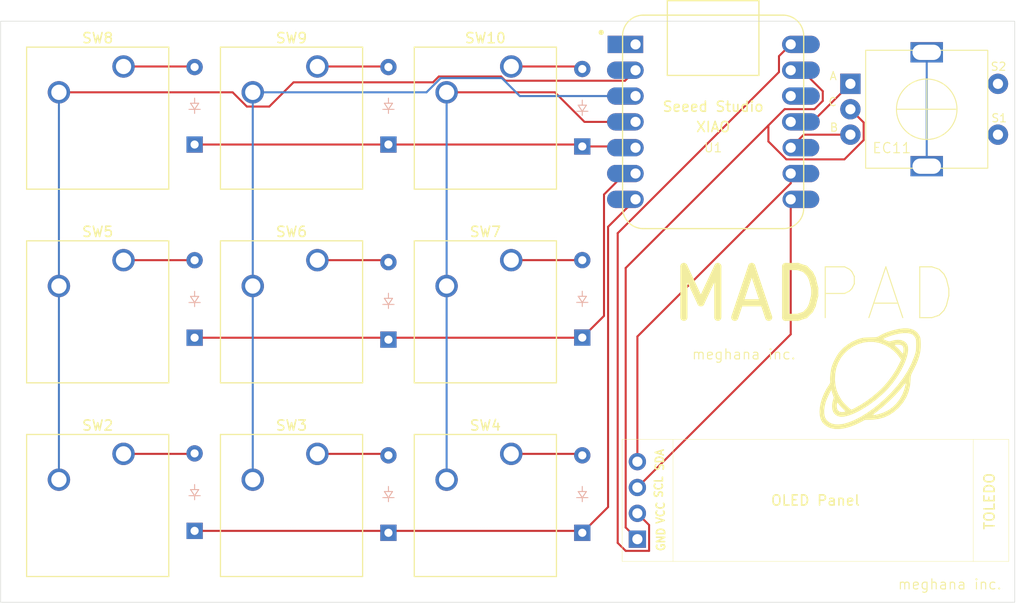
<source format=kicad_pcb>
(kicad_pcb (version 20240108) (generator "pcbnew") (generator_version "8.0")
  (layers (0 "F.Cu" signal) (31 "B.Cu" signal) (34 "B.Paste" user) (35 "F.Paste" user) (36 "B.SilkS" user "B.Silkscreen") (37 "F.SilkS" user "F.Silkscreen") (38 "B.Mask" user) (39 "F.Mask" user) (44 "Edge.Cuts" user))
  (net 0 "")
  (net 1 "Net-(D1-A)")
  (net 2 "row 2")
  (net 3 "Net-(D2-A)")
  (net 4 "Net-(D3-A)")
  (net 5 "Net-(D4-A)")
  (net 6 "row 1")
  (net 7 "Net-(D5-A)")
  (net 8 "Net-(D6-A)")
  (net 9 "row 0")
  (net 10 "Net-(D7-A)")
  (net 11 "Net-(D8-A)")
  (net 12 "Net-(D9-A)")
  (net 13 "unconnected-(SW1-PadMP)")
  (net 14 "GND")
  (net 15 "col 0")
  (net 16 "col 1")
  (net 17 "col 2")
  (net 18 "Net-(J1-SDA)")
  (net 19 "Net-(J1-SCL)")
  (net 21 "Net-(U1-PA5_A9_D9_MISO)")
  (net 22 "Net-(U1-PA6_A10_D10_MOSI)")
  (net 26 "5v")
  (footprint "LOGO" (layer "F.Cu") (at 222.8325 74.43625)
    (property "Reference" "G***" (hide yes))
    (property "Value" "LOGO" (hide yes))
    (fp_poly (pts (xy 3.7494 -4.879208) (xy 4.102275 -4.813849) (xy 4.400039 -4.685101) (xy 4.646299 -4.491743) (xy 4.844662 -4.232557) (xy 4.897871 -4.136953) (xy 4.943824 -4.035416) (xy 4.975549 -3.926798) (xy 4.996499 -3.789772) (xy 5.010128 -3.603011) (xy 5.018437 -3.392292) (xy 5.013685 -2.980688) (xy 4.969629 -2.582697) (xy 4.881977 -2.182466) (xy 4.746434 -1.764141) (xy 4.558704 -1.311871) (xy 4.323802 -0.827917) (xy 4.209159 -0.602948) (xy 4.128768 -0.436531) (xy 4.076232 -0.308087) (xy 4.045149 -0.197032) (xy 4.029121 -0.082785) (xy 4.021747 0.055237) (xy 4.018962 0.152511) (xy 3.961465 0.76621) (xy 3.822681 1.343841) (xy 3.602758 1.885056) (xy 3.301846 2.389508) (xy 2.920091 2.856849) (xy 2.823236 2.956686) (xy 2.378584 3.348178) (xy 1.90859 3.656314) (xy 1.407108 3.883676) (xy 0.867991 4.032847) (xy 0.285094 4.10641) (xy 0.066725 4.114823) (xy -0.467075 4.124123) (xy -0.889667 4.348499) (xy -1.455922 4.620826) (xy -1.99869 4.82521) (xy -2.512638 4.960591) (xy -2.992436 5.025911) (xy -3.432751 5.02011) (xy -3.828252 4.942131) (xy -3.847811 4.93598) (xy -4.124991 4.813762) (xy -4.387649 4.63785) (xy -4.605166 4.430363) (xy -4.677411 4.336629) (xy -4.821608 4.051209) (xy -4.906489 3.71128) (xy -4.933794 3.327047) (xy -4.922617 3.163173) (xy -4.476737 3.163173) (xy -4.470866 3.513589) (xy -4.412096 3.814805) (xy -4.379962 3.903144) (xy -4.23035 4.151659) (xy -4.016064 4.344866) (xy -3.743695 4.480711) (xy -3.419837 4.557141) (xy -3.051082 4.572102) (xy -2.644021 4.523542) (xy -2.492797 4.490938) (xy -1.989859 4.33748) (xy -1.451357 4.11147) (xy -0.885861 3.817602) (xy -0.592148 3.638016) (xy 0.344069 3.638016) (xy 0.402284 3.650717) (xy 0.539023 3.633211) (xy 0.757563 3.588466) (xy 0.814161 3.575886) (xy 1.326479 3.416729) (xy 1.802639 3.18067) (xy 2.236106 2.874697) (xy 2.620347 2.505795) (xy 2.948829 2.080953) (xy 3.215019 1.607157) (xy 3.412382 1.091395) (xy 3.508946 0.693992) (xy 3.528914 0.574005) (xy 3.536454 0.500355) (xy 3.534377 0.489317) (xy 3.503656 0.522176) (xy 3.430112 0.611294) (xy 3.325255 0.742487) (xy 3.218503 0.878547) (xy 2.890115 1.273625) (xy 2.502154 1.695684) (xy 2.072353 2.127674) (xy 1.618446 2.552541) (xy 1.158165 2.953233) (xy 0.709244 3.3127) (xy 0.607794 3.388991) (xy 0.450101 3.51012) (xy 0.361101 3.592139) (xy 0.344069 3.638016) (xy -0.592148 3.638016) (xy -0.301942 3.460574) (xy 0.29183 3.04508) (xy 0.650706 2.768519) (xy 1.401405 2.128924) (xy 2.08517 1.462509) (xy 2.698411 0.774024) (xy 3.237541 0.068217) (xy 3.698972 -0.650165) (xy 4.079116 -1.376373) (xy 4.374384 -2.10566) (xy 4.406835 -2.201926) (xy 4.468884 -2.397865) (xy 4.510661 -2.55743) (xy 4.536267 -2.70867) (xy 4.549803 -2.879633) (xy 4.555368 -3.098368) (xy 4.556392 -3.225044) (xy 4.556492 -3.466483) (xy 4.551907 -3.638556) (xy 4.53993 -3.76084) (xy 4.517856 -3.852911) (xy 4.482978 -3.934349) (xy 4.450031 -3.99458) (xy 4.354532 -4.129008) (xy 4.243652 -4.241276) (xy 4.203456 -4.27054) (xy 3.982151 -4.362178) (xy 3.696421 -4.40902) (xy 3.357959 -4.412324) (xy 2.978456 -4.373353) (xy 2.569605 -4.293367) (xy 2.143097 -4.173626) (xy 1.710626 -4.015391) (xy 1.666347 -3.997014) (xy 1.512665 -3.929356) (xy 1.396932 -3.872407) (xy 1.338589 -3.835939) (xy 1.33518 -3.830522) (xy 1.373533 -3.801668) (xy 1.473871 -3.7512) (xy 1.615199 -3.689596) (xy 1.628115 -3.68431) (xy 1.785673 -3.622902) (xy 1.891771 -3.593755) (xy 1.976402 -3.593341) (xy 2.069557 -3.618133) (xy 2.10031 -3.628778) (xy 2.463484 -3.726728) (xy 2.799394 -3.757806) (xy 3.099775 -3.723771) (xy 3.356362 -3.626385) (xy 3.560892 -3.467406) (xy 3.684435 -3.29141) (xy 3.760083 -3.055575) (xy 3.776164 -2.765433) (xy 3.736563 -2.429041) (xy 3.645161 -2.054454) (xy 3.505843 -1.649731) (xy 3.322491 -1.222926) (xy 3.098989 -0.782097) (xy 2.839219 -0.3353) (xy 2.547065 0.109408) (xy 2.226411 0.543971) (xy 1.881139 0.960332) (xy 1.515133 1.350434) (xy 1.386804 1.475517) (xy 0.66289 2.112735) (xy -0.085045 2.670196) (xy -0.852355 3.144599) (xy -1.267776 3.362448) (xy -1.747731 3.578603) (xy -2.172272 3.726632) (xy -2.543254 3.806489) (xy -2.862533 3.818131) (xy -3.131963 3.761512) (xy -3.353402 3.636587) (xy -3.528704 3.443314) (xy -3.606889 3.306292) (xy -3.678743 3.076225) (xy -3.703881 2.796668) (xy -3.693501 2.65242) (xy -3.245243 2.65242) (xy -3.240484 2.858269) (xy -3.198213 3.052049) (xy -3.145525 3.162714) (xy -3.01022 3.287321) (xy -2.820995 3.351041) (xy -2.591272 3.351126) (xy -2.414934 3.312271) (xy -2.420421 3.276976) (xy -2.480314 3.196191) (xy -2.583185 3.084273) (xy -2.644994 3.02321) (xy -2.793074 2.873963) (xy -2.931611 2.722221) (xy -3.0355 2.595771) (xy -3.052663 2.572023) (xy -3.128175 2.469849) (xy -3.172452 2.434533) (xy -3.200398 2.456869) (xy -3.208706 2.475647) (xy -3.245243 2.65242) (xy -3.693501 2.65242) (xy -3.682099 2.493975) (xy -3.615547 2.201927) (xy -3.531445 1.935026) (xy -3.632844 1.645885) (xy -3.684586 1.487916) (xy -3.72153 1.355287) (xy -3.735423 1.278897) (xy -3.753719 1.2128) (xy -3.773139 1.201051) (xy -3.806731 1.239217) (xy -3.866736 1.342356) (xy -3.945078 1.493432) (xy -4.033684 1.675408) (xy -4.124478 1.871247) (xy -4.209387 2.063913) (xy -4.280334 2.236368) (xy -4.329247 2.371576) (xy -4.331839 2.37986) (xy -4.430223 2.779836) (xy -4.476737 3.163173) (xy -4.922617 3.163173) (xy -4.905261 2.908712) (xy -4.82263 2.466478) (xy -4.68764 2.010548) (xy -4.502028 1.551126) (xy -4.267535 1.098414) (xy -4.072418 0.786794) (xy -3.970932 0.63207) (xy -3.912369 0.523407) (xy -3.887709 0.434637) (xy -3.887934 0.33959) (xy -3.895586 0.273734) (xy -3.900384 0.164521) (xy -3.416131 0.164521) (xy -3.413406 0.241735) (xy -3.364437 0.73784) (xy -3.257778 1.189783) (xy -3.085637 1.620535) (xy -2.84022 2.053062) (xy -2.755892 2.179685) (xy -2.651935 2.315406) (xy -2.51464 2.472668) (xy -2.358072 2.637848) (xy -2.196296 2.79732) (xy -2.043376 2.937461) (xy -1.913379 3.044646) (xy -1.820369 3.105251) (xy -1.791522 3.113835) (xy -1.745973 3.094685) (xy -1.639181 3.043009) (xy -1.488765 2.967471) (xy -1.367329 2.905231) (xy -0.848841 2.610735) (xy -0.310117 2.25601) (xy 0.22567 1.858485) (xy 0.735345 1.435589) (xy 1.195733 1.004748) (xy 1.29656 0.901849) (xy 1.759735 0.376587) (xy 2.194268 -0.201277) (xy 2.58132 -0.804725) (xy 2.893291 -1.388358) (xy 3.078767 -1.775841) (xy 2.976542 -1.941246) (xy 2.686237 -2.332291) (xy 2.326322 -2.68825) (xy 1.913075 -2.997234) (xy 1.496714 -3.228504) (xy 2.480255 -3.228504) (xy 2.491927 -3.186005) (xy 2.557817 -3.116419) (xy 2.653102 -3.033441) (xy 2.807522 -2.88955) (xy 2.966656 -2.72092) (xy 3.046233 -2.626413) (xy 3.141786 -2.510839) (xy 3.217006 -2.429855) (xy 3.253355 -2.402101) (xy 3.276005 -2.441912) (xy 3.300884 -2.543669) (xy 3.313764 -2.622727) (xy 3.325115 -2.881639) (xy 3.278414 -3.075012) (xy 3.198614 -3.184351) (xy 3.098774 -3.234256) (xy 2.945278 -3.270256) (xy 2.772858 -3.28857) (xy 2.616247 -3.285416) (xy 2.513493 -3.258951) (xy 2.480255 -3.228504) (xy 1.496714 -3.228504) (xy 1.462774 -3.247356) (xy 0.991696 -3.426727) (xy 0.911909 -3.449015) (xy 0.3955 -3.540899) (xy -0.124545 -3.548621) (xy -0.638668 -3.476002) (xy -1.13731 -3.326862) (xy -1.610914 -3.105023) (xy -2.049922 -2.814305) (xy -2.444774 -2.45853) (xy -2.785914 -2.041517) (xy -2.850943 -1.944815) (xy -3.112488 -1.465674) (xy -3.292993 -0.957802) (xy -3.393771 -0.416102) (xy -3.416131 0.164521) (xy -3.900384 0.164521) (xy -3.902978 0.105465) (xy -3.892693 -0.123698) (xy -3.867481 -0.38806) (xy -3.830091 -0.661926) (xy -3.783274 -0.919599) (xy -3.754438 -1.045359) (xy -3.673837 -1.294167) (xy -3.551277 -1.585156) (xy -3.400496 -1.891126) (xy -3.23523 -2.184879) (xy -3.069213 -2.439218) (xy -3.011526 -2.516383) (xy -2.635758 -2.927021) (xy -2.19542 -3.286506) (xy -1.704772 -3.584932) (xy -1.17807 -3.812393) (xy -1.115443 -3.833682) (xy -0.943822 -3.888311) (xy -0.798246 -3.927284) (xy -0.656275 -3.953702) (xy -0.495469 -3.97067) (xy -0.29339 -3.981292) (xy -0.027596 -3.988671) (xy 0.01134 -3.989522) (xy 0.276016 -3.995709) (xy 0.468889 -4.002985) (xy 0.607106 -4.014181) (xy 0.707814 -4.032132) (xy 0.78816 -4.059671) (xy 0.865291 -4.099629) (xy 0.935946 -4.142284) (xy 1.309749 -4.341577) (xy 1.747097 -4.522897) (xy 2.223041 -4.677412) (xy 2.71263 -4.796294) (xy 2.863883 -4.824637) (xy 3.337805 -4.882397)) (fill solid) (layer "F.SilkS"))
  )
  (footprint "Button_Switch_Keyboard:SW_Cherry_MX_1.00u_PCB" (layer "F.Cu") (at 168.5475 43.80125)
    (property "Reference" "SW9" (at -2.54 -2.794 0) (layer "F.SilkS"))
    (property "Value" "SW_Push")
    (fp_line (start -9.525 -1.905) (end 4.445 -1.905) (stroke (width 0.12)) (layer "F.SilkS"))
    (fp_line (start -9.525 12.065) (end -9.525 -1.905) (stroke (width 0.12)) (layer "F.SilkS"))
    (fp_line (start 4.445 -1.905) (end 4.445 12.065) (stroke (width 0.12)) (layer "F.SilkS"))
    (fp_line (start 4.445 12.065) (end -9.525 12.065) (stroke (width 0.12)) (layer "F.SilkS"))
    (pad "" np_thru_hole circle (at -7.62 5.08) (size 1.7 1.7) (drill 1.7) (layers "*.Cu" "*.Mask"))
    (pad "" np_thru_hole circle (at -2.54 5.08) (size 4 4) (drill 4) (layers "*.Cu" "*.Mask"))
    (pad "" np_thru_hole circle (at 2.54 5.08) (size 1.7 1.7) (drill 1.7) (layers "*.Cu" "*.Mask"))
    (pad "1" thru_hole circle (at 0 0) (size 2.2 2.2) (drill 1.5) (layers "*.Cu" "*.Mask") (net 11 "Net-(D8-A)"))
    (pad "2" thru_hole circle (at -6.35 2.54) (size 2.2 2.2) (drill 1.5) (layers "*.Cu" "*.Mask") (net 16 "col 1"))
  )
  (footprint "Button_Switch_Keyboard:SW_Cherry_MX_1.00u_PCB" (layer "F.Cu") (at 149.4975 62.85125)
    (property "Reference" "SW5" (at -2.54 -2.794 0) (layer "F.SilkS"))
    (property "Value" "SW_Push")
    (fp_line (start -9.525 -1.905) (end 4.445 -1.905) (stroke (width 0.12)) (layer "F.SilkS"))
    (fp_line (start -9.525 12.065) (end -9.525 -1.905) (stroke (width 0.12)) (layer "F.SilkS"))
    (fp_line (start 4.445 -1.905) (end 4.445 12.065) (stroke (width 0.12)) (layer "F.SilkS"))
    (fp_line (start 4.445 12.065) (end -9.525 12.065) (stroke (width 0.12)) (layer "F.SilkS"))
    (pad "" np_thru_hole circle (at -7.62 5.08) (size 1.7 1.7) (drill 1.7) (layers "*.Cu" "*.Mask"))
    (pad "" np_thru_hole circle (at -2.54 5.08) (size 4 4) (drill 4) (layers "*.Cu" "*.Mask"))
    (pad "" np_thru_hole circle (at 2.54 5.08) (size 1.7 1.7) (drill 1.7) (layers "*.Cu" "*.Mask"))
    (pad "1" thru_hole circle (at 0 0) (size 2.2 2.2) (drill 1.5) (layers "*.Cu" "*.Mask") (net 5 "Net-(D4-A)"))
    (pad "2" thru_hole circle (at -6.35 2.54) (size 2.2 2.2) (drill 1.5) (layers "*.Cu" "*.Mask") (net 15 "col 0"))
  )
  (footprint "Button_Switch_Keyboard:SW_Cherry_MX_1.00u_PCB" (layer "F.Cu") (at 168.5475 81.90125)
    (property "Reference" "SW3" (at -2.54 -2.794 0) (layer "F.SilkS"))
    (property "Value" "SW_Push" (hide yes))
    (fp_line (start -9.525 -1.905) (end 4.445 -1.905) (stroke (width 0.12)) (layer "F.SilkS"))
    (fp_line (start -9.525 12.065) (end -9.525 -1.905) (stroke (width 0.12)) (layer "F.SilkS"))
    (fp_line (start 4.445 -1.905) (end 4.445 12.065) (stroke (width 0.12)) (layer "F.SilkS"))
    (fp_line (start 4.445 12.065) (end -9.525 12.065) (stroke (width 0.12)) (layer "F.SilkS"))
    (pad "" np_thru_hole circle (at -7.62 5.08) (size 1.7 1.7) (drill 1.7) (layers "*.Cu" "*.Mask"))
    (pad "" np_thru_hole circle (at -2.54 5.08) (size 4 4) (drill 4) (layers "*.Cu" "*.Mask"))
    (pad "" np_thru_hole circle (at 2.54 5.08) (size 1.7 1.7) (drill 1.7) (layers "*.Cu" "*.Mask"))
    (pad "1" thru_hole circle (at 0 0) (size 2.2 2.2) (drill 1.5) (layers "*.Cu" "*.Mask") (net 3 "Net-(D2-A)"))
    (pad "2" thru_hole circle (at -6.35 2.54) (size 2.2 2.2) (drill 1.5) (layers "*.Cu" "*.Mask") (net 16 "col 1"))
  )
  (footprint "Button_Switch_Keyboard:SW_Cherry_MX_1.00u_PCB" (layer "F.Cu") (at 187.6 43.80125)
    (property "Reference" "SW10" (at -2.54 -2.794 0) (layer "F.SilkS"))
    (property "Value" "SW_Push")
    (fp_line (start -9.525 -1.905) (end 4.445 -1.905) (stroke (width 0.12)) (layer "F.SilkS"))
    (fp_line (start -9.525 12.065) (end -9.525 -1.905) (stroke (width 0.12)) (layer "F.SilkS"))
    (fp_line (start 4.445 -1.905) (end 4.445 12.065) (stroke (width 0.12)) (layer "F.SilkS"))
    (fp_line (start 4.445 12.065) (end -9.525 12.065) (stroke (width 0.12)) (layer "F.SilkS"))
    (pad "" np_thru_hole circle (at -7.62 5.08) (size 1.7 1.7) (drill 1.7) (layers "*.Cu" "*.Mask"))
    (pad "" np_thru_hole circle (at -2.54 5.08) (size 4 4) (drill 4) (layers "*.Cu" "*.Mask"))
    (pad "" np_thru_hole circle (at 2.54 5.08) (size 1.7 1.7) (drill 1.7) (layers "*.Cu" "*.Mask"))
    (pad "1" thru_hole circle (at 0 0) (size 2.2 2.2) (drill 1.5) (layers "*.Cu" "*.Mask") (net 12 "Net-(D9-A)"))
    (pad "2" thru_hole circle (at -6.35 2.54) (size 2.2 2.2) (drill 1.5) (layers "*.Cu" "*.Mask") (net 17 "col 2"))
  )
  (footprint "Button_Switch_Keyboard:SW_Cherry_MX_1.00u_PCB" (layer "F.Cu") (at 149.4975 81.90125)
    (property "Reference" "SW2" (at -2.54 -2.794 0) (layer "F.SilkS"))
    (property "Value" "SW_Push" (hide yes))
    (fp_line (start -9.525 -1.905) (end 4.445 -1.905) (stroke (width 0.12)) (layer "F.SilkS"))
    (fp_line (start -9.525 12.065) (end -9.525 -1.905) (stroke (width 0.12)) (layer "F.SilkS"))
    (fp_line (start 4.445 -1.905) (end 4.445 12.065) (stroke (width 0.12)) (layer "F.SilkS"))
    (fp_line (start 4.445 12.065) (end -9.525 12.065) (stroke (width 0.12)) (layer "F.SilkS"))
    (pad "" np_thru_hole circle (at -7.62 5.08) (size 1.7 1.7) (drill 1.7) (layers "*.Cu" "*.Mask"))
    (pad "" np_thru_hole circle (at -2.54 5.08) (size 4 4) (drill 4) (layers "*.Cu" "*.Mask"))
    (pad "" np_thru_hole circle (at 2.54 5.08) (size 1.7 1.7) (drill 1.7) (layers "*.Cu" "*.Mask"))
    (pad "1" thru_hole circle (at 0 0) (size 2.2 2.2) (drill 1.5) (layers "*.Cu" "*.Mask") (net 1 "Net-(D1-A)"))
    (pad "2" thru_hole circle (at -6.35 2.54) (size 2.2 2.2) (drill 1.5) (layers "*.Cu" "*.Mask") (net 15 "col 0"))
  )
  (footprint "footprints:SSD1306-0.91-OLED-4pin-128x32" (layer "F.Cu") (at 236.4975 92.48125 180)
    (property "Reference" "TOLEDO" (at 1.9 5.91 90) (layer "F.SilkS"))
    (property "Value" "OLED_128x32")
    (fp_line (start 38 12) (end 38 0) (stroke (width 0.04)) (layer "F.SilkS"))
    (fp_line (start 38 0) (end 0 0) (stroke (width 0.04)) (layer "F.SilkS"))
    (fp_line (start 33 0) (end 33 12) (stroke (width 0.04)) (layer "F.SilkS"))
    (fp_line (start 3.5 0) (end 3.5 12) (stroke (width 0.04)) (layer "F.SilkS"))
    (fp_line (start 0 12) (end 38 12) (stroke (width 0.04)) (layer "F.SilkS"))
    (fp_line (start 0 0) (end 0 12) (stroke (width 0.04)) (layer "F.SilkS"))
    (fp_text user "GND" (at 34.185 2.165 90) (layer "F.SilkS") (effects (font (size 0.8 0.75))))
    (fp_text user "VCC" (at 34.225 4.785 90) (layer "F.SilkS") (effects (font (size 0.8 0.75))))
    (fp_text user "SDA" (at 34.305 9.985 90) (layer "F.SilkS") (effects (font (size 0.8 0.75))))
    (fp_text user "SCL" (at 34.405 7.315 90) (layer "F.SilkS") (effects (font (size 0.8 0.75))))
    (fp_text user "OLED Panel" (at 19 6 0) (layer "F.SilkS"))
    (pad "1" thru_hole rect (at 36.5 2.19 180) (size 1.7 1.7) (drill 1) (layers "*.Cu" "*.Mask") (net 14 "GND"))
    (pad "2" thru_hole oval (at 36.5 4.73 180) (size 1.7 1.7) (drill 1) (layers "*.Cu" "*.Mask") (net 26 "5v"))
    (pad "3" thru_hole oval (at 36.5 7.27 180) (size 1.7 1.7) (drill 1) (layers "*.Cu" "*.Mask") (net 19 "Net-(J1-SCL)"))
    (pad "4" thru_hole oval (at 36.5 9.81 180) (size 1.7 1.7) (drill 1) (layers "*.Cu" "*.Mask") (net 18 "Net-(J1-SDA)"))
  )
  (footprint "Button_Switch_Keyboard:SW_Cherry_MX_1.00u_PCB" (layer "F.Cu") (at 187.5975 62.85125)
    (property "Reference" "SW7" (at -2.54 -2.794 0) (layer "F.SilkS"))
    (property "Value" "SW_Push")
    (fp_line (start -9.525 -1.905) (end 4.445 -1.905) (stroke (width 0.12)) (layer "F.SilkS"))
    (fp_line (start -9.525 12.065) (end -9.525 -1.905) (stroke (width 0.12)) (layer "F.SilkS"))
    (fp_line (start 4.445 -1.905) (end 4.445 12.065) (stroke (width 0.12)) (layer "F.SilkS"))
    (fp_line (start 4.445 12.065) (end -9.525 12.065) (stroke (width 0.12)) (layer "F.SilkS"))
    (pad "" np_thru_hole circle (at -7.62 5.08) (size 1.7 1.7) (drill 1.7) (layers "*.Cu" "*.Mask"))
    (pad "" np_thru_hole circle (at -2.54 5.08) (size 4 4) (drill 4) (layers "*.Cu" "*.Mask"))
    (pad "" np_thru_hole circle (at 2.54 5.08) (size 1.7 1.7) (drill 1.7) (layers "*.Cu" "*.Mask"))
    (pad "1" thru_hole circle (at 0 0) (size 2.2 2.2) (drill 1.5) (layers "*.Cu" "*.Mask") (net 8 "Net-(D6-A)"))
    (pad "2" thru_hole circle (at -6.35 2.54) (size 2.2 2.2) (drill 1.5) (layers "*.Cu" "*.Mask") (net 17 "col 2"))
  )
  (footprint "footprints:Encoder_EC11_MX" (layer "F.Cu") (at 228.4325 48.00625)
    (property "Reference" "SW1" (hide yes))
    (property "Value" "RotaryEncoder_Switch_MP" (hide yes))
    (pad "A" thru_hole rect (at -7.5 -2.5) (size 2 2) (drill 1) (layers "*.Cu" "*.Mask") (net 22 "Net-(U1-PA6_A10_D10_MOSI)"))
    (pad "B" thru_hole circle (at -7.5 2.5) (size 2 2) (drill 1) (layers "*.Cu" "*.Mask") (net 21 "Net-(U1-PA5_A9_D9_MISO)"))
    (pad "C" thru_hole circle (at -7.5 0) (size 2 2) (drill 1) (layers "*.Cu" "*.Mask") (net 14 "GND"))
    (pad "MP" thru_hole rect (at 0 -5.6) (size 3.2 2) (drill oval 2.8 1.5) (layers "*.Cu" "*.Mask") (net 13 "unconnected-(SW1-PadMP)"))
    (pad "MP" thru_hole rect (at 0 5.6) (size 3.2 2) (drill oval 2.8 1.5) (layers "*.Cu" "*.Mask") (net 13 "unconnected-(SW1-PadMP)"))
    (pad "S1" thru_hole circle (at 7 2.5) (size 2 2) (drill 1) (layers "*.Cu" "*.Mask"))
    (pad "S2" thru_hole circle (at 7 -2.5) (size 2 2) (drill 1) (layers "*.Cu" "*.Mask"))
  )
  (footprint "Button_Switch_Keyboard:SW_Cherry_MX_1.00u_PCB" (layer "F.Cu") (at 168.5475 62.85125)
    (property "Reference" "SW6" (at -2.54 -2.794 0) (layer "F.SilkS"))
    (property "Value" "SW_Push")
    (fp_line (start -9.525 -1.905) (end 4.445 -1.905) (stroke (width 0.12)) (layer "F.SilkS"))
    (fp_line (start -9.525 12.065) (end -9.525 -1.905) (stroke (width 0.12)) (layer "F.SilkS"))
    (fp_line (start 4.445 -1.905) (end 4.445 12.065) (stroke (width 0.12)) (layer "F.SilkS"))
    (fp_line (start 4.445 12.065) (end -9.525 12.065) (stroke (width 0.12)) (layer "F.SilkS"))
    (pad "" np_thru_hole circle (at -7.62 5.08) (size 1.7 1.7) (drill 1.7) (layers "*.Cu" "*.Mask"))
    (pad "" np_thru_hole circle (at -2.54 5.08) (size 4 4) (drill 4) (layers "*.Cu" "*.Mask"))
    (pad "" np_thru_hole circle (at 2.54 5.08) (size 1.7 1.7) (drill 1.7) (layers "*.Cu" "*.Mask"))
    (pad "1" thru_hole circle (at 0 0) (size 2.2 2.2) (drill 1.5) (layers "*.Cu" "*.Mask") (net 7 "Net-(D5-A)"))
    (pad "2" thru_hole circle (at -6.35 2.54) (size 2.2 2.2) (drill 1.5) (layers "*.Cu" "*.Mask") (net 16 "col 1"))
  )
  (footprint "footprints:XIAO-Generic-Hybrid-14P-2.54-21X17.8MM" (layer "F.Cu") (at 207.442 49.248265)
    (property "Reference" "U1" (at 0 2.54 0) (layer "F.SilkS") (effects (font (size 0.889 0.889) (thickness 0.1016))))
    (property "Value" "MOUDLE-SEEEDUINO-XIAO" (hide yes))
    (fp_line (start -8.9 -8.5) (end -8.9 8.5) (stroke (width 0.127)) (layer "F.SilkS"))
    (fp_line (start -6.9 10.5) (end 6.9 10.5) (stroke (width 0.127)) (layer "F.SilkS"))
    (fp_line (start -4.5 -11.92403) (end 4.5 -11.92403) (stroke (width 0.127)) (layer "F.SilkS"))
    (fp_line (start -4.5 -4.57073) (end -4.5 -11.92403) (stroke (width 0.127)) (layer "F.SilkS"))
    (fp_line (start 4.5 -11.92403) (end 4.5 -4.57073) (stroke (width 0.127)) (layer "F.SilkS"))
    (fp_line (start 4.5 -4.57073) (end -4.5 -4.57073) (stroke (width 0.127)) (layer "F.SilkS"))
    (fp_line (start 6.9 -10.49909) (end -6.9 -10.49909) (stroke (width 0.127)) (layer "F.SilkS"))
    (fp_line (start 8.9 8.5) (end 8.9 -8.5) (stroke (width 0.127)) (layer "F.SilkS"))
    (fp_arc (start -8.9 -8.5) (mid -8.301491 -9.901491) (end -6.9 -10.5) (stroke (width 0.12)) (layer "F.SilkS"))
    (fp_arc (start -6.9 10.5) (mid -8.301423 9.901423) (end -8.9 8.5) (stroke (width 0.12)) (layer "F.SilkS"))
    (fp_arc (start 6.9 -10.5) (mid 8.301494 -9.901494) (end 8.9 -8.5) (stroke (width 0.12)) (layer "F.SilkS"))
    (fp_arc (start 8.9 8.5) (mid 8.314214 9.914214) (end 6.9 10.5) (stroke (width 0.12)) (layer "F.SilkS"))
    (fp_circle (center -11 -8.8) (end -11 -9.054) (fill solid) (layer "F.SilkS"))
    (fp_poly (pts (xy -8.887715 -8.561705) (xy -8.884667 -8.610473) (xy -8.880603 -8.659494)) (stroke (width 0.0254)) (fill none) (layer "F.SilkS"))
    (fp_poly (pts (xy 8.889492 8.521574) (xy 8.887713 8.57085) (xy 8.884665 8.619618) (xy 8.880601 8.668639) (xy 8.875268 8.717407) (xy 8.868664 8.766175) (xy 8.861044 8.81469) (xy 8.852153 8.86295) (xy 8.842248 8.910955)) (stroke (width 0.0254)) (fill none) (layer "F.SilkS"))
    (fp_text user "Seeed Studio" (at 0 -1.5 0) (layer "F.SilkS"))
    (fp_text user "XIAO" (at 0 0.5 0) (layer "F.SilkS"))
    (pad "1" thru_hole rect (at -7.625 -7.62) (size 3.5 1.7) (drill 1 (offset -1 0)) (layers "*.Cu" "*.Mask"))
    (pad "2" thru_hole oval (at -7.625 -5.08) (size 3.6 1.7) (drill 1 (offset -1 0)) (layers "*.Cu" "*.Mask") (net 15 "col 0"))
    (pad "3" thru_hole oval (at -7.625 -2.54) (size 3.6 1.7) (drill 1 (offset -1 0)) (layers "*.Cu" "*.Mask") (net 16 "col 1"))
    (pad "4" thru_hole oval (at -7.625 0) (size 3.6 1.7) (drill 1 (offset -1 0)) (layers "*.Cu" "*.Mask") (net 17 "col 2"))
    (pad "5" thru_hole oval (at -7.625 2.54) (size 3.6 1.7) (drill 1 (offset -1 0)) (layers "*.Cu" "*.Mask") (net 9 "row 0"))
    (pad "6" thru_hole oval (at -7.625 5.08 180) (size 3.6 1.7) (drill 1 (offset 1 0)) (layers "*.Cu" "*.Mask") (net 6 "row 1"))
    (pad "7" thru_hole oval (at -7.625 7.62) (size 3.6 1.7) (drill 1 (offset -1 0)) (layers "*.Cu" "*.Mask") (net 2 "row 2"))
    (pad "8" thru_hole oval (at 7.625 7.62) (size 3.6 1.7) (drill 1 (offset 1 0)) (layers "*.Cu" "*.Mask") (net 19 "Net-(J1-SCL)"))
    (pad "9" thru_hole oval (at 7.625 5.08) (size 3.6 1.7) (drill 1 (offset 1 0)) (layers "*.Cu" "*.Mask") (net 18 "Net-(J1-SDA)"))
    (pad "10" thru_hole oval (at 7.625 2.54) (size 3.6 1.7) (drill 1 (offset 1 0)) (layers "*.Cu" "*.Mask") (net 21 "Net-(U1-PA5_A9_D9_MISO)"))
    (pad "11" thru_hole oval (at 7.625 0) (size 3.7 1.7) (drill 1 (offset 1 0)) (layers "*.Cu" "*.Mask") (net 22 "Net-(U1-PA6_A10_D10_MOSI)"))
    (pad "12" thru_hole oval (at 7.625 -2.54) (size 3.7 1.7) (drill 1 (offset 1 0)) (layers "*.Cu" "*.Mask"))
    (pad "13" thru_hole oval (at 7.625 -5.08) (size 3.7 1.7) (drill 1 (offset 1 0)) (layers "*.Cu" "*.Mask") (net 14 "GND"))
    (pad "14" thru_hole oval (at 7.625 -7.62) (size 3.7 1.7) (drill 1 (offset 1 0)) (layers "*.Cu" "*.Mask") (net 26 "5v"))
  )
  (footprint "Button_Switch_Keyboard:SW_Cherry_MX_1.00u_PCB" (layer "F.Cu") (at 187.5975 81.90125)
    (property "Reference" "SW4" (at -2.54 -2.794 0) (layer "F.SilkS"))
    (property "Value" "SW_Push" (hide yes))
    (fp_line (start -9.525 -1.905) (end 4.445 -1.905) (stroke (width 0.12)) (layer "F.SilkS"))
    (fp_line (start -9.525 12.065) (end -9.525 -1.905) (stroke (width 0.12)) (layer "F.SilkS"))
    (fp_line (start 4.445 -1.905) (end 4.445 12.065) (stroke (width 0.12)) (layer "F.SilkS"))
    (fp_line (start 4.445 12.065) (end -9.525 12.065) (stroke (width 0.12)) (layer "F.SilkS"))
    (pad "" np_thru_hole circle (at -7.62 5.08) (size 1.7 1.7) (drill 1.7) (layers "*.Cu" "*.Mask"))
    (pad "" np_thru_hole circle (at -2.54 5.08) (size 4 4) (drill 4) (layers "*.Cu" "*.Mask"))
    (pad "" np_thru_hole circle (at 2.54 5.08) (size 1.7 1.7) (drill 1.7) (layers "*.Cu" "*.Mask"))
    (pad "1" thru_hole circle (at 0 0) (size 2.2 2.2) (drill 1.5) (layers "*.Cu" "*.Mask") (net 4 "Net-(D3-A)"))
    (pad "2" thru_hole circle (at -6.35 2.54) (size 2.2 2.2) (drill 1.5) (layers "*.Cu" "*.Mask") (net 17 "col 2"))
  )
  (footprint "Button_Switch_Keyboard:SW_Cherry_MX_1.00u_PCB" (layer "F.Cu") (at 149.4975 43.80125)
    (property "Reference" "SW8" (at -2.54 -2.794 0) (layer "F.SilkS"))
    (property "Value" "SW_Push")
    (fp_line (start -9.525 -1.905) (end 4.445 -1.905) (stroke (width 0.12)) (layer "F.SilkS"))
    (fp_line (start -9.525 12.065) (end -9.525 -1.905) (stroke (width 0.12)) (layer "F.SilkS"))
    (fp_line (start 4.445 -1.905) (end 4.445 12.065) (stroke (width 0.12)) (layer "F.SilkS"))
    (fp_line (start 4.445 12.065) (end -9.525 12.065) (stroke (width 0.12)) (layer "F.SilkS"))
    (pad "" np_thru_hole circle (at -7.62 5.08) (size 1.7 1.7) (drill 1.7) (layers "*.Cu" "*.Mask"))
    (pad "" np_thru_hole circle (at -2.54 5.08) (size 4 4) (drill 4) (layers "*.Cu" "*.Mask"))
    (pad "" np_thru_hole circle (at 2.54 5.08) (size 1.7 1.7) (drill 1.7) (layers "*.Cu" "*.Mask"))
    (pad "1" thru_hole circle (at 0 0) (size 2.2 2.2) (drill 1.5) (layers "*.Cu" "*.Mask") (net 10 "Net-(D7-A)"))
    (pad "2" thru_hole circle (at -6.35 2.54) (size 2.2 2.2) (drill 1.5) (layers "*.Cu" "*.Mask") (net 15 "col 0"))
  )
  (footprint "footprints:Diode_DO-35" (layer "B.Cu") (at 175.5325 51.47625 90)
    (property "Reference" "D8" (hide yes))
    (property "Value" "D" (hide yes))
    (fp_line (start 3.46 -0.55) (end 3.46 0.55) (stroke (width 0.1)) (layer "B.SilkS"))
    (fp_line (start 4.06 -0.4) (end 4.06 0.4) (stroke (width 0.1)) (layer "B.SilkS"))
    (fp_line (start 4.56 0) (end 4.06 0) (stroke (width 0.1)) (layer "B.SilkS"))
    (fp_line (start 3.46 0) (end 4.06 -0.4) (stroke (width 0.1)) (layer "B.SilkS"))
    (fp_line (start 3.46 0) (end 3.06 0) (stroke (width 0.1)) (layer "B.SilkS"))
    (fp_line (start 4.06 0.4) (end 3.46 0) (stroke (width 0.1)) (layer "B.SilkS"))
    (pad "1" thru_hole rect (at 0 0 90) (size 1.6 1.6) (drill 0.8) (layers "*.Cu" "*.Mask") (net 9 "row 0"))
    (pad "2" thru_hole oval (at 7.62 0 90) (size 1.6 1.6) (drill 0.8) (layers "*.Cu" "*.Mask") (net 11 "Net-(D8-A)"))
  )
  (footprint "footprints:Diode_DO-35" (layer "B.Cu") (at 156.4825 51.47625 90)
    (property "Reference" "D7" (hide yes))
    (property "Value" "D" (hide yes))
    (fp_line (start 3.46 -0.55) (end 3.46 0.55) (stroke (width 0.1)) (layer "B.SilkS"))
    (fp_line (start 4.06 -0.4) (end 4.06 0.4) (stroke (width 0.1)) (layer "B.SilkS"))
    (fp_line (start 4.56 0) (end 4.06 0) (stroke (width 0.1)) (layer "B.SilkS"))
    (fp_line (start 3.46 0) (end 4.06 -0.4) (stroke (width 0.1)) (layer "B.SilkS"))
    (fp_line (start 3.46 0) (end 3.06 0) (stroke (width 0.1)) (layer "B.SilkS"))
    (fp_line (start 4.06 0.4) (end 3.46 0) (stroke (width 0.1)) (layer "B.SilkS"))
    (pad "1" thru_hole rect (at 0 0 90) (size 1.6 1.6) (drill 0.8) (layers "*.Cu" "*.Mask") (net 9 "row 0"))
    (pad "2" thru_hole oval (at 7.62 0 90) (size 1.6 1.6) (drill 0.8) (layers "*.Cu" "*.Mask") (net 10 "Net-(D7-A)"))
  )
  (footprint "footprints:Diode_DO-35" (layer "B.Cu") (at 156.4825 70.47625 90)
    (property "Reference" "D4" (hide yes))
    (property "Value" "D" (hide yes))
    (fp_line (start 3.46 -0.55) (end 3.46 0.55) (stroke (width 0.1)) (layer "B.SilkS"))
    (fp_line (start 4.06 -0.4) (end 4.06 0.4) (stroke (width 0.1)) (layer "B.SilkS"))
    (fp_line (start 4.56 0) (end 4.06 0) (stroke (width 0.1)) (layer "B.SilkS"))
    (fp_line (start 3.46 0) (end 4.06 -0.4) (stroke (width 0.1)) (layer "B.SilkS"))
    (fp_line (start 3.46 0) (end 3.06 0) (stroke (width 0.1)) (layer "B.SilkS"))
    (fp_line (start 4.06 0.4) (end 3.46 0) (stroke (width 0.1)) (layer "B.SilkS"))
    (pad "1" thru_hole rect (at 0 0 90) (size 1.6 1.6) (drill 0.8) (layers "*.Cu" "*.Mask") (net 6 "row 1"))
    (pad "2" thru_hole oval (at 7.62 0 90) (size 1.6 1.6) (drill 0.8) (layers "*.Cu" "*.Mask") (net 5 "Net-(D4-A)"))
  )
  (footprint "footprints:Diode_DO-35" (layer "B.Cu") (at 194.5825 70.46625 90)
    (property "Reference" "D6" (hide yes))
    (property "Value" "D" (hide yes))
    (fp_line (start 3.46 -0.55) (end 3.46 0.55) (stroke (width 0.1)) (layer "B.SilkS"))
    (fp_line (start 4.06 -0.4) (end 4.06 0.4) (stroke (width 0.1)) (layer "B.SilkS"))
    (fp_line (start 4.56 0) (end 4.06 0) (stroke (width 0.1)) (layer "B.SilkS"))
    (fp_line (start 3.46 0) (end 4.06 -0.4) (stroke (width 0.1)) (layer "B.SilkS"))
    (fp_line (start 3.46 0) (end 3.06 0) (stroke (width 0.1)) (layer "B.SilkS"))
    (fp_line (start 4.06 0.4) (end 3.46 0) (stroke (width 0.1)) (layer "B.SilkS"))
    (pad "1" thru_hole rect (at 0 0 90) (size 1.6 1.6) (drill 0.8) (layers "*.Cu" "*.Mask") (net 6 "row 1"))
    (pad "2" thru_hole oval (at 7.62 0 90) (size 1.6 1.6) (drill 0.8) (layers "*.Cu" "*.Mask") (net 8 "Net-(D6-A)"))
  )
  (footprint "footprints:Diode_DO-35" (layer "B.Cu") (at 194.5825 89.66625 90)
    (property "Reference" "D3" (hide yes))
    (property "Value" "D" (hide yes))
    (fp_line (start 3.46 -0.55) (end 3.46 0.55) (stroke (width 0.1)) (layer "B.SilkS"))
    (fp_line (start 4.06 -0.4) (end 4.06 0.4) (stroke (width 0.1)) (layer "B.SilkS"))
    (fp_line (start 4.56 0) (end 4.06 0) (stroke (width 0.1)) (layer "B.SilkS"))
    (fp_line (start 3.46 0) (end 4.06 -0.4) (stroke (width 0.1)) (layer "B.SilkS"))
    (fp_line (start 3.46 0) (end 3.06 0) (stroke (width 0.1)) (layer "B.SilkS"))
    (fp_line (start 4.06 0.4) (end 3.46 0) (stroke (width 0.1)) (layer "B.SilkS"))
    (pad "1" thru_hole rect (at 0 0 90) (size 1.6 1.6) (drill 0.8) (layers "*.Cu" "*.Mask") (net 2 "row 2"))
    (pad "2" thru_hole oval (at 7.62 0 90) (size 1.6 1.6) (drill 0.8) (layers "*.Cu" "*.Mask") (net 4 "Net-(D3-A)"))
  )
  (footprint "footprints:Diode_DO-35" (layer "B.Cu") (at 175.5325 70.66625 90)
    (property "Reference" "D5" (hide yes))
    (property "Value" "D" (hide yes))
    (fp_line (start 3.46 -0.55) (end 3.46 0.55) (stroke (width 0.1)) (layer "B.SilkS"))
    (fp_line (start 4.06 -0.4) (end 4.06 0.4) (stroke (width 0.1)) (layer "B.SilkS"))
    (fp_line (start 4.56 0) (end 4.06 0) (stroke (width 0.1)) (layer "B.SilkS"))
    (fp_line (start 3.46 0) (end 4.06 -0.4) (stroke (width 0.1)) (layer "B.SilkS"))
    (fp_line (start 3.46 0) (end 3.06 0) (stroke (width 0.1)) (layer "B.SilkS"))
    (fp_line (start 4.06 0.4) (end 3.46 0) (stroke (width 0.1)) (layer "B.SilkS"))
    (pad "1" thru_hole rect (at 0 0 90) (size 1.6 1.6) (drill 0.8) (layers "*.Cu" "*.Mask") (net 6 "row 1"))
    (pad "2" thru_hole oval (at 7.62 0 90) (size 1.6 1.6) (drill 0.8) (layers "*.Cu" "*.Mask") (net 7 "Net-(D5-A)"))
  )
  (footprint "footprints:Diode_DO-35" (layer "B.Cu") (at 156.4825 89.47625 90)
    (property "Reference" "D1" (hide yes))
    (property "Value" "D" (hide yes))
    (fp_line (start 3.46 -0.55) (end 3.46 0.55) (stroke (width 0.1)) (layer "B.SilkS"))
    (fp_line (start 4.06 -0.4) (end 4.06 0.4) (stroke (width 0.1)) (layer "B.SilkS"))
    (fp_line (start 4.56 0) (end 4.06 0) (stroke (width 0.1)) (layer "B.SilkS"))
    (fp_line (start 3.46 0) (end 4.06 -0.4) (stroke (width 0.1)) (layer "B.SilkS"))
    (fp_line (start 3.46 0) (end 3.06 0) (stroke (width 0.1)) (layer "B.SilkS"))
    (fp_line (start 4.06 0.4) (end 3.46 0) (stroke (width 0.1)) (layer "B.SilkS"))
    (pad "1" thru_hole rect (at 0 0 90) (size 1.6 1.6) (drill 0.8) (layers "*.Cu" "*.Mask") (net 2 "row 2"))
    (pad "2" thru_hole oval (at 7.62 0 90) (size 1.6 1.6) (drill 0.8) (layers "*.Cu" "*.Mask") (net 1 "Net-(D1-A)"))
  )
  (footprint "footprints:Diode_DO-35" (layer "B.Cu") (at 194.5825 51.66625 90)
    (property "Reference" "D9" (hide yes))
    (property "Value" "D" (hide yes))
    (fp_line (start 3.46 -0.55) (end 3.46 0.55) (stroke (width 0.1)) (layer "B.SilkS"))
    (fp_line (start 4.06 -0.4) (end 4.06 0.4) (stroke (width 0.1)) (layer "B.SilkS"))
    (fp_line (start 4.56 0) (end 4.06 0) (stroke (width 0.1)) (layer "B.SilkS"))
    (fp_line (start 3.46 0) (end 4.06 -0.4) (stroke (width 0.1)) (layer "B.SilkS"))
    (fp_line (start 3.46 0) (end 3.06 0) (stroke (width 0.1)) (layer "B.SilkS"))
    (fp_line (start 4.06 0.4) (end 3.46 0) (stroke (width 0.1)) (layer "B.SilkS"))
    (pad "1" thru_hole rect (at 0 0 90) (size 1.6 1.6) (drill 0.8) (layers "*.Cu" "*.Mask") (net 9 "row 0"))
    (pad "2" thru_hole oval (at 7.62 0 90) (size 1.6 1.6) (drill 0.8) (layers "*.Cu" "*.Mask") (net 12 "Net-(D9-A)"))
  )
  (footprint "footprints:Diode_DO-35" (layer "B.Cu") (at 175.5325 89.66625 90)
    (property "Reference" "D2" (hide yes))
    (property "Value" "D" (hide yes))
    (fp_line (start 3.46 -0.55) (end 3.46 0.55) (stroke (width 0.1)) (layer "B.SilkS"))
    (fp_line (start 4.06 -0.4) (end 4.06 0.4) (stroke (width 0.1)) (layer "B.SilkS"))
    (fp_line (start 4.56 0) (end 4.06 0) (stroke (width 0.1)) (layer "B.SilkS"))
    (fp_line (start 3.46 0) (end 4.06 -0.4) (stroke (width 0.1)) (layer "B.SilkS"))
    (fp_line (start 3.46 0) (end 3.06 0) (stroke (width 0.1)) (layer "B.SilkS"))
    (fp_line (start 4.06 0.4) (end 3.46 0) (stroke (width 0.1)) (layer "B.SilkS"))
    (pad "1" thru_hole rect (at 0 0 90) (size 1.6 1.6) (drill 0.8) (layers "*.Cu" "*.Mask") (net 2 "row 2"))
    (pad "2" thru_hole oval (at 7.62 0 90) (size 1.6 1.6) (drill 0.8) (layers "*.Cu" "*.Mask") (net 3 "Net-(D2-A)"))
  )
  (gr_line (start 225.459287 48.00625) (end 231.405713 48.00625) (stroke (width 0.1)) (layer "F.SilkS"))
  (gr_line (start 228.4325 50.979463) (end 228.4325 45.033037) (stroke (width 0.1)) (layer "F.SilkS"))
  (gr_circle (center 228.4325 48.00625) (end 231.2325 49.00625) (stroke (width 0.1)) (fill none) (layer "F.SilkS"))
  (gr_rect (start 222.4325 42.20625) (end 234.4325 53.80625) (stroke (width 0.1)) (fill none) (layer "F.SilkS"))
  (gr_rect (start 137.4225 39.34625) (end 237.0825 96.49625) (stroke (width 0.05)) (fill none) (layer "Edge.Cuts"))
  (gr_text "EC11" (at 223.0325 52.40625 0) (layer "F.SilkS") (effects (font (size 1 1) (thickness 0.1)) (justify left bottom)))
  (gr_text "meghana inc." (at 205.298125 72.69375 0) (layer "F.SilkS") (effects (font (size 1 1) (thickness 0.1)) (justify left bottom)))
  (gr_text "S2" (at 234.6625 44.27625 0) (layer "F.SilkS") (effects (font (size 0.8 0.8) (thickness 0.1)) (justify left bottom)))
  (gr_text "S1" (at 234.7225 49.34625 0) (layer "F.SilkS") (effects (font (size 0.8 0.8) (thickness 0.1)) (justify left bottom)))
  (gr_text "PAD" (at 217.204375 69.121875 0) (layer "F.SilkS") (effects (font (size 5 5) (thickness 0.1)) (justify left bottom)))
  (gr_text "A" (at 218.8325 45.20625 0) (layer "F.SilkS") (effects (font (size 0.8 0.8) (thickness 0.1)) (justify left bottom)))
  (gr_text "meghana inc." (at 225.53875 95.315625 0) (layer "F.SilkS") (effects (font (size 1 1) (thickness 0.1)) (justify left bottom)))
  (gr_text "B" (at 218.8525 50.26625 0) (layer "F.SilkS") (effects (font (size 0.8 0.8) (thickness 0.1)) (justify left bottom)))
  (gr_text "C" (at 218.7225 47.75625 0) (layer "F.SilkS") (effects (font (size 0.8 0.8) (thickness 0.1)) (justify left bottom)))
  (gr_text "MAD" (at 202.916875 69.121875 0) (layer "F.SilkS") (effects (font (size 5 5) (thickness 0.7)) (justify left bottom)))
  (segment (start 156.4375 81.90125) (end 156.4825 81.85625) (width 0.2) (layer "F.Cu") (net 1))
  (segment (start 149.4975 81.90125) (end 156.4375 81.90125) (width 0.2) (layer "F.Cu") (net 1))
  (segment (start 156.4825 89.47625) (end 194.3925 89.47625) (width 0.2) (layer "F.Cu") (net 2))
  (segment (start 194.5825 89.66625) (end 197.117 87.13175) (width 0.2) (layer "F.Cu") (net 2))
  (segment (start 197.117 59.568265) (end 199.817 56.868265) (width 0.2) (layer "F.Cu") (net 2))
  (segment (start 197.117 87.13175) (end 197.117 59.568265) (width 0.2) (layer "F.Cu") (net 2))
  (segment (start 194.3925 89.47625) (end 194.5825 89.66625) (width 0.2) (layer "F.Cu") (net 2))
  (segment (start 175.3875 81.90125) (end 175.5325 82.04625) (width 0.2) (layer "F.Cu") (net 3))
  (segment (start 168.5475 81.90125) (end 175.3875 81.90125) (width 0.2) (layer "F.Cu") (net 3))
  (segment (start 187.5975 81.90125) (end 194.4375 81.90125) (width 0.2) (layer "F.Cu") (net 4))
  (segment (start 194.4375 81.90125) (end 194.5825 82.04625) (width 0.2) (layer "F.Cu") (net 4))
  (segment (start 156.4775 62.85125) (end 156.4825 62.85625) (width 0.2) (layer "F.Cu") (net 5))
  (segment (start 149.4975 62.85125) (end 156.4775 62.85125) (width 0.2) (layer "F.Cu") (net 5))
  (segment (start 194.5825 70.46625) (end 196.717 68.33175) (width 0.2) (layer "F.Cu") (net 6))
  (segment (start 196.717 68.33175) (end 196.717 56.391919) (width 0.2) (layer "F.Cu") (net 6))
  (segment (start 196.717 56.391919) (end 198.780654 54.328265) (width 0.2) (layer "F.Cu") (net 6))
  (segment (start 194.5725 70.47625) (end 194.5825 70.46625) (width 0.2) (layer "F.Cu") (net 6))
  (segment (start 156.4825 70.47625) (end 194.5725 70.47625) (width 0.2) (layer "F.Cu") (net 6))
  (segment (start 198.780654 54.328265) (end 199.817 54.328265) (width 0.2) (layer "F.Cu") (net 6))
  (segment (start 175.3375 62.85125) (end 175.5325 63.04625) (width 0.2) (layer "F.Cu") (net 7))
  (segment (start 168.5475 62.85125) (end 175.3375 62.85125) (width 0.2) (layer "F.Cu") (net 7))
  (segment (start 187.6025 62.84625) (end 187.5975 62.85125) (width 0.2) (layer "F.Cu") (net 8))
  (segment (start 194.9275 62.85125) (end 194.9325 62.85625) (width 0.2) (layer "F.Cu") (net 8))
  (segment (start 194.5825 62.84625) (end 187.6025 62.84625) (width 0.2) (layer "F.Cu") (net 8))
  (segment (start 194.3925 51.47625) (end 194.5825 51.66625) (width 0.2) (layer "F.Cu") (net 9))
  (segment (start 199.694985 51.66625) (end 199.817 51.788265) (width 0.2) (layer "F.Cu") (net 9))
  (segment (start 156.4825 51.47625) (end 194.3925 51.47625) (width 0.2) (layer "F.Cu") (net 9))
  (segment (start 195.0225 52.10625) (end 194.5825 51.66625) (width 0.2) (layer "F.Cu") (net 9))
  (segment (start 194.5825 51.66625) (end 199.694985 51.66625) (width 0.2) (layer "F.Cu") (net 9))
  (segment (start 156.4275 43.80125) (end 156.4825 43.85625) (width 0.2) (layer "F.Cu") (net 10))
  (segment (start 149.4975 43.80125) (end 156.4275 43.80125) (width 0.2) (layer "F.Cu") (net 10))
  (segment (start 168.5475 43.80125) (end 175.4775 43.80125) (width 0.2) (layer "F.Cu") (net 11))
  (segment (start 175.4775 43.80125) (end 175.5325 43.85625) (width 0.2) (layer "F.Cu") (net 11))
  (segment (start 187.6 43.80125) (end 194.3375 43.80125) (width 0.2) (layer "F.Cu") (net 12))
  (segment (start 194.3375 43.80125) (end 194.5825 44.04625) (width 0.2) (layer "F.Cu") (net 12))
  (segment (start 228.4325 42.40625) (end 228.4325 53.60625) (width 0.2) (layer "B.Cu") (net 13))
  (segment (start 199.9975 90.29125) (end 198.8475 89.14125) (width 0.2) (layer "F.Cu") (net 14))
  (segment (start 198.8475 89.14125) (end 198.8475 63.62125) (width 0.2) (layer "F.Cu") (net 14))
  (segment (start 222.2325 49.30625) (end 222.2325 51.044728) (width 0.2) (layer "F.Cu") (net 14))
  (segment (start 220.9325 48.00625) (end 222.2325 49.30625) (width 0.2) (layer "F.Cu") (net 14))
  (segment (start 214.640654 52.938265) (end 212.8725 51.170111) (width 0.2) (layer "F.Cu") (net 14))
  (segment (start 214.4725 47.99625) (end 217.405361 47.99625) (width 0.2) (layer "F.Cu") (net 14))
  (segment (start 217.405361 47.99625) (end 218.217 47.184611) (width 0.2) (layer "F.Cu") (net 14))
  (segment (start 212.8725 51.170111) (end 212.8725 49.59625) (width 0.2) (layer "F.Cu") (net 14))
  (segment (start 220.338963 52.938265) (end 214.640654 52.938265) (width 0.2) (layer "F.Cu") (net 14))
  (segment (start 216.153346 44.168265) (end 215.067 44.168265) (width 0.2) (layer "F.Cu") (net 14))
  (segment (start 222.2325 51.044728) (end 220.338963 52.938265) (width 0.2) (layer "F.Cu") (net 14))
  (segment (start 198.8475 63.62125) (end 214.4725 47.99625) (width 0.2) (layer "F.Cu") (net 14))
  (segment (start 218.217 47.184611) (end 218.217 46.231919) (width 0.2) (layer "F.Cu") (net 14))
  (segment (start 218.217 46.231919) (end 216.153346 44.168265) (width 0.2) (layer "F.Cu") (net 14))
  (segment (start 216.684515 44.168265) (end 215.067 44.168265) (width 0.2) (layer "B.Cu") (net 14))
  (segment (start 163.824098 47.74125) (end 166.209098 45.35625) (width 0.2) (layer "F.Cu") (net 15))
  (segment (start 161.617601 47.74125) (end 163.824098 47.74125) (width 0.2) (layer "F.Cu") (net 15))
  (segment (start 198.784015 45.20125) (end 199.817 44.168265) (width 0.2) (layer "F.Cu") (net 15))
  (segment (start 179.9125 45.35625) (end 180.4825 44.78625) (width 0.2) (layer "F.Cu") (net 15))
  (segment (start 160.217601 46.34125) (end 161.617601 47.74125) (width 0.2) (layer "F.Cu") (net 15))
  (segment (start 186.605101 44.78625) (end 187.020101 45.20125) (width 0.2) (layer "F.Cu") (net 15))
  (segment (start 187.020101 45.20125) (end 198.784015 45.20125) (width 0.2) (layer "F.Cu") (net 15))
  (segment (start 166.209098 45.35625) (end 179.9125 45.35625) (width 0.2) (layer "F.Cu") (net 15))
  (segment (start 180.4825 44.78625) (end 186.605101 44.78625) (width 0.2) (layer "F.Cu") (net 15))
  (segment (start 143.1475 46.34125) (end 160.217601 46.34125) (width 0.2) (layer "F.Cu") (net 15))
  (segment (start 143.1475 46.34125) (end 143.1475 84.44125) (width 0.2) (layer "B.Cu") (net 15))
  (segment (start 162.1975 46.34125) (end 179.270101 46.34125) (width 0.2) (layer "B.Cu") (net 16))
  (segment (start 179.270101 46.34125) (end 180.670101 44.94125) (width 0.2) (layer "B.Cu") (net 16))
  (segment (start 162.1975 46.34125) (end 162.1975 84.44125) (width 0.2) (layer "B.Cu") (net 16))
  (segment (start 186.6775 44.94125) (end 188.444515 46.708265) (width 0.2) (layer "B.Cu") (net 16))
  (segment (start 188.444515 46.708265) (end 199.817 46.708265) (width 0.2) (layer "B.Cu") (net 16))
  (segment (start 180.670101 44.94125) (end 186.6775 44.94125) (width 0.2) (layer "B.Cu") (net 16))
  (segment (start 181.25 46.34125) (end 191.89347 46.34125) (width 0.2) (layer "F.Cu") (net 17))
  (segment (start 191.89347 46.34125) (end 194.800485 49.248265) (width 0.2) (layer "F.Cu") (net 17))
  (segment (start 194.800485 49.248265) (end 199.817 49.248265) (width 0.2) (layer "F.Cu") (net 17))
  (segment (start 181.25 46.34125) (end 181.25 84.43875) (width 0.2) (layer "B.Cu") (net 17))
  (segment (start 181.25 84.43875) (end 181.2475 84.44125) (width 0.2) (layer "B.Cu") (net 17))
  (segment (start 199.9975 82.67125) (end 199.9975 70.361419) (width 0.2) (layer "F.Cu") (net 18))
  (segment (start 215.067 55.291919) (end 215.067 54.328265) (width 0.2) (layer "F.Cu") (net 18))
  (segment (start 199.9975 70.361419) (end 215.067 55.291919) (width 0.2) (layer "F.Cu") (net 18))
  (segment (start 215.067 54.328265) (end 216.103346 54.328265) (width 0.2) (layer "F.Cu") (net 18))
  (segment (start 199.9975 85.21125) (end 215.067 70.14175) (width 0.2) (layer "F.Cu") (net 19))
  (segment (start 215.067 70.14175) (end 215.067 56.868265) (width 0.2) (layer "F.Cu") (net 19))
  (segment (start 216.349015 50.50625) (end 215.067 51.788265) (width 0.2) (layer "F.Cu") (net 21))
  (segment (start 220.9325 50.50625) (end 216.349015 50.50625) (width 0.2) (layer "F.Cu") (net 21))
  (segment (start 220.9325 45.50625) (end 217.190485 49.248265) (width 0.2) (layer "F.Cu") (net 22))
  (segment (start 217.190485 49.248265) (end 215.067 49.248265) (width 0.2) (layer "F.Cu") (net 22))
  (segment (start 198.063601 90.657351) (end 198.063601 60.19801) (width 0.2) (layer "F.Cu") (net 26))
  (segment (start 198.8475 91.44125) (end 198.063601 90.657351) (width 0.2) (layer "F.Cu") (net 26))
  (segment (start 201.1475 88.90125) (end 201.1475 91.44125) (width 0.2) (layer "F.Cu") (net 26))
  (segment (start 213.9125 44.349111) (end 213.9125 42.782765) (width 0.2) (layer "F.Cu") (net 26))
  (segment (start 213.9125 42.782765) (end 215.067 41.628265) (width 0.2) (layer "F.Cu") (net 26))
  (segment (start 198.063601 60.19801) (end 213.9125 44.349111) (width 0.2) (layer "F.Cu") (net 26))
  (segment (start 199.9975 87.75125) (end 201.1475 88.90125) (width 0.2) (layer "F.Cu") (net 26))
  (segment (start 201.1475 91.44125) (end 198.8475 91.44125) (width 0.2) (layer "F.Cu") (net 26))
)
</source>
